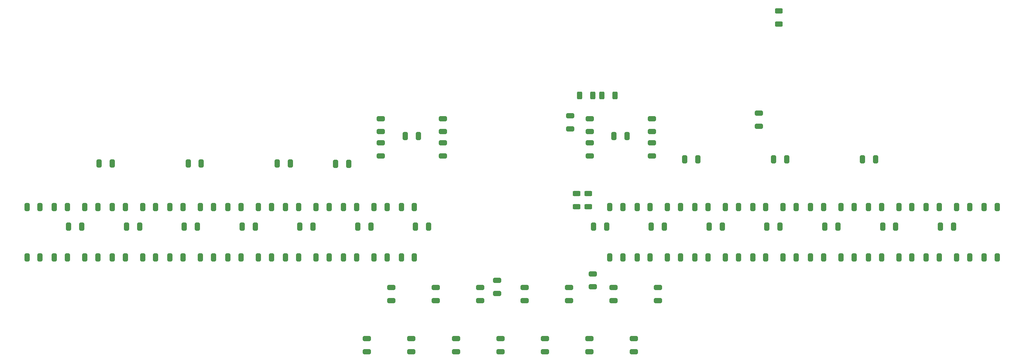
<source format=gbr>
%TF.GenerationSoftware,KiCad,Pcbnew,7.0.2*%
%TF.CreationDate,2023-11-16T12:36:53+05:30*%
%TF.ProjectId,OHM3000_V1.1_ESP,4f484d33-3030-4305-9f56-312e315f4553,rev?*%
%TF.SameCoordinates,Original*%
%TF.FileFunction,Paste,Bot*%
%TF.FilePolarity,Positive*%
%FSLAX46Y46*%
G04 Gerber Fmt 4.6, Leading zero omitted, Abs format (unit mm)*
G04 Created by KiCad (PCBNEW 7.0.2) date 2023-11-16 12:36:53*
%MOMM*%
%LPD*%
G01*
G04 APERTURE LIST*
G04 Aperture macros list*
%AMRoundRect*
0 Rectangle with rounded corners*
0 $1 Rounding radius*
0 $2 $3 $4 $5 $6 $7 $8 $9 X,Y pos of 4 corners*
0 Add a 4 corners polygon primitive as box body*
4,1,4,$2,$3,$4,$5,$6,$7,$8,$9,$2,$3,0*
0 Add four circle primitives for the rounded corners*
1,1,$1+$1,$2,$3*
1,1,$1+$1,$4,$5*
1,1,$1+$1,$6,$7*
1,1,$1+$1,$8,$9*
0 Add four rect primitives between the rounded corners*
20,1,$1+$1,$2,$3,$4,$5,0*
20,1,$1+$1,$4,$5,$6,$7,0*
20,1,$1+$1,$6,$7,$8,$9,0*
20,1,$1+$1,$8,$9,$2,$3,0*%
G04 Aperture macros list end*
%ADD10RoundRect,0.249999X-0.650001X0.325001X-0.650001X-0.325001X0.650001X-0.325001X0.650001X0.325001X0*%
%ADD11RoundRect,0.249999X0.650001X-0.325001X0.650001X0.325001X-0.650001X0.325001X-0.650001X-0.325001X0*%
%ADD12RoundRect,0.249999X0.325001X0.650001X-0.325001X0.650001X-0.325001X-0.650001X0.325001X-0.650001X0*%
%ADD13RoundRect,0.249999X-0.325001X-0.650001X0.325001X-0.650001X0.325001X0.650001X-0.325001X0.650001X0*%
%ADD14RoundRect,0.249998X0.312502X0.625002X-0.312502X0.625002X-0.312502X-0.625002X0.312502X-0.625002X0*%
%ADD15RoundRect,0.249998X-0.312502X-0.625002X0.312502X-0.625002X0.312502X0.625002X-0.312502X0.625002X0*%
%ADD16RoundRect,0.249998X-0.625002X0.312502X-0.625002X-0.312502X0.625002X-0.312502X0.625002X0.312502X0*%
%ADD17RoundRect,0.249998X0.625002X-0.312502X0.625002X0.312502X-0.625002X0.312502X-0.625002X-0.312502X0*%
G04 APERTURE END LIST*
D10*
%TO.C,DC15*%
X35800000Y8475000D03*
X35800000Y5525000D03*
%TD*%
%TO.C,DC16*%
X45800000Y8475000D03*
X45800000Y5525000D03*
%TD*%
%TO.C,DC17*%
X55800000Y8475000D03*
X55800000Y5525000D03*
%TD*%
%TO.C,DC18*%
X65800000Y8475000D03*
X65800000Y5525000D03*
%TD*%
%TO.C,DC19*%
X75800000Y8475000D03*
X75800000Y5525000D03*
%TD*%
%TO.C,DC20*%
X85800000Y8475000D03*
X85800000Y5525000D03*
%TD*%
%TO.C,DC21*%
X95800000Y8475000D03*
X95800000Y5525000D03*
%TD*%
%TO.C,DC22*%
X65100000Y21625000D03*
X65100000Y18675000D03*
%TD*%
%TO.C,DC25*%
X41250000Y20025000D03*
X41250000Y17075000D03*
%TD*%
%TO.C,DC28*%
X71250000Y20025000D03*
X71250000Y17075000D03*
%TD*%
%TO.C,DC29*%
X81250000Y20025000D03*
X81250000Y17075000D03*
%TD*%
%TO.C,DC30*%
X91250000Y20025000D03*
X91250000Y17075000D03*
%TD*%
%TO.C,DC31*%
X101250000Y20025000D03*
X101250000Y17075000D03*
%TD*%
D11*
%TO.C,DC32*%
X86600000Y20150000D03*
X86600000Y23100000D03*
%TD*%
D12*
%TO.C,C1*%
X46468840Y26781760D03*
X43518840Y26781760D03*
%TD*%
%TO.C,C2*%
X46468840Y38125400D03*
X43518840Y38125400D03*
%TD*%
D13*
%TO.C,C3*%
X37361880Y38125400D03*
X40311880Y38125400D03*
%TD*%
%TO.C,C4*%
X37361880Y26781760D03*
X40311880Y26781760D03*
%TD*%
D12*
%TO.C,C5*%
X33468840Y26781760D03*
X30518840Y26781760D03*
%TD*%
%TO.C,C6*%
X33468840Y38125400D03*
X30518840Y38125400D03*
%TD*%
D13*
%TO.C,C7*%
X24361880Y38125400D03*
X27311880Y38125400D03*
%TD*%
%TO.C,C8*%
X24361880Y26781760D03*
X27311880Y26781760D03*
%TD*%
D12*
%TO.C,C9*%
X20468840Y26781760D03*
X17518840Y26781760D03*
%TD*%
D13*
%TO.C,C11*%
X11361880Y38125400D03*
X14311880Y38125400D03*
%TD*%
%TO.C,C12*%
X11361880Y26781760D03*
X14311880Y26781760D03*
%TD*%
D12*
%TO.C,C13*%
X7468840Y26781760D03*
X4518840Y26781760D03*
%TD*%
%TO.C,C14*%
X7468840Y38125400D03*
X4518840Y38125400D03*
%TD*%
D13*
%TO.C,C15*%
X-1638120Y38125400D03*
X1311880Y38125400D03*
%TD*%
%TO.C,C16*%
X-1638120Y26781760D03*
X1311880Y26781760D03*
%TD*%
D12*
%TO.C,C17*%
X-5531160Y26781760D03*
X-8481160Y26781760D03*
%TD*%
%TO.C,C18*%
X-5531160Y38125400D03*
X-8481160Y38125400D03*
%TD*%
D13*
%TO.C,C19*%
X-14638120Y38125400D03*
X-11688120Y38125400D03*
%TD*%
%TO.C,C20*%
X-14638120Y26781760D03*
X-11688120Y26781760D03*
%TD*%
D12*
%TO.C,C21*%
X-18531160Y26781760D03*
X-21481160Y26781760D03*
%TD*%
%TO.C,C22*%
X-18531160Y38125400D03*
X-21481160Y38125400D03*
%TD*%
D13*
%TO.C,C23*%
X-27638120Y38125400D03*
X-24688120Y38125400D03*
%TD*%
%TO.C,C24*%
X-27638120Y26781760D03*
X-24688120Y26781760D03*
%TD*%
D12*
%TO.C,C25*%
X-31531160Y26781760D03*
X-34481160Y26781760D03*
%TD*%
%TO.C,C26*%
X-31531160Y38125400D03*
X-34481160Y38125400D03*
%TD*%
D13*
%TO.C,C27*%
X-40638120Y38125400D03*
X-37688120Y38125400D03*
%TD*%
%TO.C,C28*%
X-40638120Y26781760D03*
X-37688120Y26781760D03*
%TD*%
%TO.C,C29*%
X90361880Y38125400D03*
X93311880Y38125400D03*
%TD*%
%TO.C,C30*%
X90361880Y26781760D03*
X93311880Y26781760D03*
%TD*%
D12*
%TO.C,C31*%
X99468840Y26781760D03*
X96518840Y26781760D03*
%TD*%
%TO.C,C32*%
X99468840Y38125400D03*
X96518840Y38125400D03*
%TD*%
D13*
%TO.C,C33*%
X103361880Y38125400D03*
X106311880Y38125400D03*
%TD*%
%TO.C,C34*%
X103361880Y26781760D03*
X106311880Y26781760D03*
%TD*%
D12*
%TO.C,C35*%
X112468840Y26781760D03*
X109518840Y26781760D03*
%TD*%
%TO.C,C36*%
X112468840Y38125400D03*
X109518840Y38125400D03*
%TD*%
D13*
%TO.C,C37*%
X116361880Y38125400D03*
X119311880Y38125400D03*
%TD*%
%TO.C,C38*%
X116361880Y26781760D03*
X119311880Y26781760D03*
%TD*%
D12*
%TO.C,C39*%
X125468840Y26781760D03*
X122518840Y26781760D03*
%TD*%
%TO.C,C40*%
X125468840Y38125400D03*
X122518840Y38125400D03*
%TD*%
D13*
%TO.C,C41*%
X129361880Y38125400D03*
X132311880Y38125400D03*
%TD*%
%TO.C,C42*%
X129361880Y26781760D03*
X132311880Y26781760D03*
%TD*%
D12*
%TO.C,C44*%
X138468840Y38125400D03*
X135518840Y38125400D03*
%TD*%
D13*
%TO.C,C45*%
X142361880Y38125400D03*
X145311880Y38125400D03*
%TD*%
%TO.C,C46*%
X142361880Y26781760D03*
X145311880Y26781760D03*
%TD*%
D12*
%TO.C,C47*%
X151468840Y26781760D03*
X148518840Y26781760D03*
%TD*%
%TO.C,C48*%
X151468840Y38125400D03*
X148518840Y38125400D03*
%TD*%
D13*
%TO.C,C49*%
X155361880Y38125400D03*
X158311880Y38125400D03*
%TD*%
%TO.C,C50*%
X155361880Y26781760D03*
X158311880Y26781760D03*
%TD*%
D12*
%TO.C,C51*%
X164468840Y26781760D03*
X161518840Y26781760D03*
%TD*%
%TO.C,C52*%
X164468840Y38125400D03*
X161518840Y38125400D03*
%TD*%
D13*
%TO.C,C53*%
X168361880Y38125400D03*
X171311880Y38125400D03*
%TD*%
%TO.C,C54*%
X168361880Y26781760D03*
X171311880Y26781760D03*
%TD*%
D12*
%TO.C,C55*%
X177468840Y26781760D03*
X174518840Y26781760D03*
%TD*%
%TO.C,C56*%
X177468840Y38125400D03*
X174518840Y38125400D03*
%TD*%
D13*
%TO.C,DC2*%
X33725000Y33725000D03*
X36675000Y33725000D03*
%TD*%
%TO.C,DC3*%
X20725000Y33725000D03*
X23675000Y33725000D03*
%TD*%
%TO.C,DC4*%
X7725000Y33725000D03*
X10675000Y33725000D03*
%TD*%
%TO.C,DC5*%
X-5275000Y33725000D03*
X-2325000Y33725000D03*
%TD*%
%TO.C,DC6*%
X-18275000Y33725000D03*
X-15325000Y33725000D03*
%TD*%
%TO.C,DC7*%
X-31275000Y33725000D03*
X-28325000Y33725000D03*
%TD*%
D12*
%TO.C,DC8*%
X89675000Y33725000D03*
X86725000Y33725000D03*
%TD*%
%TO.C,DC9*%
X102675000Y33725000D03*
X99725000Y33725000D03*
%TD*%
%TO.C,DC10*%
X115675000Y33725000D03*
X112725000Y33725000D03*
%TD*%
%TO.C,DC11*%
X128675000Y33725000D03*
X125725000Y33725000D03*
%TD*%
%TO.C,DC12*%
X141675000Y33725000D03*
X138725000Y33725000D03*
%TD*%
%TO.C,DC13*%
X154675000Y33725000D03*
X151725000Y33725000D03*
%TD*%
%TO.C,DC14*%
X167675000Y33725000D03*
X164725000Y33725000D03*
%TD*%
%TO.C,DC38*%
X-1450000Y47925000D03*
X-4400000Y47925000D03*
%TD*%
D13*
%TO.C,DC40*%
X107200000Y48900000D03*
X110150000Y48900000D03*
%TD*%
%TO.C,DC41*%
X127200000Y48900000D03*
X130150000Y48900000D03*
%TD*%
%TO.C,DC42*%
X147200000Y48900000D03*
X150150000Y48900000D03*
%TD*%
%TO.C,DC43*%
X91325000Y54175000D03*
X94275000Y54175000D03*
%TD*%
D14*
%TO.C,R65*%
X91562500Y63325000D03*
X88637500Y63325000D03*
%TD*%
D15*
%TO.C,R66*%
X83637500Y63325000D03*
X86562500Y63325000D03*
%TD*%
D16*
%TO.C,R69*%
X85550000Y41187500D03*
X85550000Y38262500D03*
%TD*%
%TO.C,R70*%
X82900000Y41187500D03*
X82900000Y38262500D03*
%TD*%
D12*
%TO.C,C43*%
X138468840Y26781760D03*
X135518840Y26781760D03*
%TD*%
%TO.C,C10*%
X20468840Y38125400D03*
X17518840Y38125400D03*
%TD*%
D10*
%TO.C,DC26*%
X51250000Y20025000D03*
X51250000Y17075000D03*
%TD*%
%TO.C,DC27*%
X61250000Y20025000D03*
X61250000Y17075000D03*
%TD*%
D13*
%TO.C,DC1*%
X46725000Y33725000D03*
X49675000Y33725000D03*
%TD*%
D12*
%TO.C,DC36*%
X31725000Y47900000D03*
X28775000Y47900000D03*
%TD*%
%TO.C,DC37*%
X18550000Y47925000D03*
X15600000Y47925000D03*
%TD*%
%TO.C,DC39*%
X-21450000Y47925000D03*
X-24400000Y47925000D03*
%TD*%
D10*
%TO.C,C57*%
X38875000Y58075000D03*
X38875000Y55125000D03*
%TD*%
%TO.C,C58*%
X85875000Y58075000D03*
X85875000Y55125000D03*
%TD*%
%TO.C,C59*%
X38875000Y52575000D03*
X38875000Y49625000D03*
%TD*%
%TO.C,C60*%
X85875000Y52575000D03*
X85875000Y49625000D03*
%TD*%
%TO.C,C61*%
X52875000Y52575000D03*
X52875000Y49625000D03*
%TD*%
%TO.C,C62*%
X99875000Y52575000D03*
X99875000Y49625000D03*
%TD*%
%TO.C,C63*%
X52875000Y58075000D03*
X52875000Y55125000D03*
%TD*%
%TO.C,C64*%
X99875000Y58075000D03*
X99875000Y55125000D03*
%TD*%
%TO.C,DC46*%
X81500000Y58700000D03*
X81500000Y55750000D03*
%TD*%
D13*
%TO.C,DC44*%
X44400000Y54175000D03*
X47350000Y54175000D03*
%TD*%
D11*
%TO.C,DC50*%
X123875000Y56375000D03*
X123875000Y59325000D03*
%TD*%
D17*
%TO.C,R73*%
X128385000Y79402500D03*
X128385000Y82327500D03*
%TD*%
M02*

</source>
